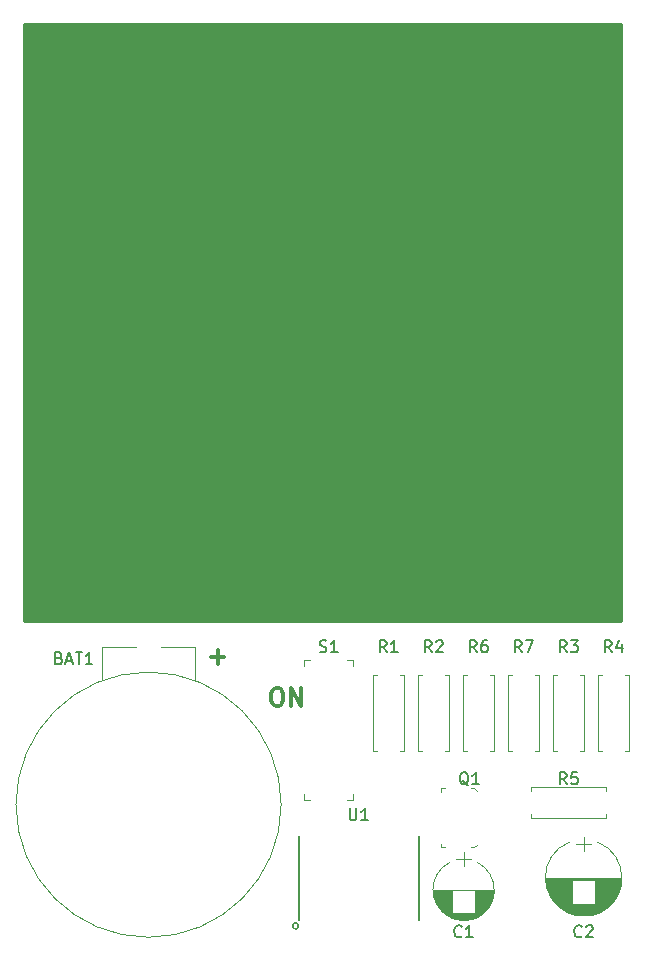
<source format=gto>
G04 #@! TF.FileFunction,Legend,Top*
%FSLAX46Y46*%
G04 Gerber Fmt 4.6, Leading zero omitted, Abs format (unit mm)*
G04 Created by KiCad (PCBNEW 4.0.7) date 12/26/17 21:11:22*
%MOMM*%
%LPD*%
G01*
G04 APERTURE LIST*
%ADD10C,0.100000*%
%ADD11C,0.300000*%
%ADD12C,0.203200*%
%ADD13C,0.120000*%
%ADD14C,0.150000*%
%ADD15C,0.254000*%
G04 APERTURE END LIST*
D10*
D11*
X149947428Y-104588571D02*
X150233142Y-104588571D01*
X150376000Y-104660000D01*
X150518857Y-104802857D01*
X150590285Y-105088571D01*
X150590285Y-105588571D01*
X150518857Y-105874286D01*
X150376000Y-106017143D01*
X150233142Y-106088571D01*
X149947428Y-106088571D01*
X149804571Y-106017143D01*
X149661714Y-105874286D01*
X149590285Y-105588571D01*
X149590285Y-105088571D01*
X149661714Y-104802857D01*
X149804571Y-104660000D01*
X149947428Y-104588571D01*
X151233143Y-106088571D02*
X151233143Y-104588571D01*
X152090286Y-106088571D01*
X152090286Y-104588571D01*
X144462572Y-101961143D02*
X145605429Y-101961143D01*
X145034000Y-102532571D02*
X145034000Y-101389714D01*
D12*
X151892000Y-124714000D02*
G75*
G03X151892000Y-124714000I-254000J0D01*
G01*
X162052000Y-117094000D02*
X162052000Y-124206000D01*
X151892000Y-117094000D02*
X151892000Y-124206000D01*
D13*
X167041723Y-123955722D02*
G75*
G03X167042000Y-119344420I-1179723J2305722D01*
G01*
X164682277Y-123955722D02*
G75*
G02X164682000Y-119344420I1179723J2305722D01*
G01*
X164682277Y-123955722D02*
G75*
G03X167042000Y-123955580I1179723J2305722D01*
G01*
X168412000Y-121650000D02*
X163312000Y-121650000D01*
X168412000Y-121690000D02*
X166842000Y-121690000D01*
X164882000Y-121690000D02*
X163312000Y-121690000D01*
X168411000Y-121730000D02*
X166842000Y-121730000D01*
X164882000Y-121730000D02*
X163313000Y-121730000D01*
X168410000Y-121770000D02*
X166842000Y-121770000D01*
X164882000Y-121770000D02*
X163314000Y-121770000D01*
X168408000Y-121810000D02*
X166842000Y-121810000D01*
X164882000Y-121810000D02*
X163316000Y-121810000D01*
X168405000Y-121850000D02*
X166842000Y-121850000D01*
X164882000Y-121850000D02*
X163319000Y-121850000D01*
X168401000Y-121890000D02*
X166842000Y-121890000D01*
X164882000Y-121890000D02*
X163323000Y-121890000D01*
X168397000Y-121930000D02*
X166842000Y-121930000D01*
X164882000Y-121930000D02*
X163327000Y-121930000D01*
X168393000Y-121970000D02*
X166842000Y-121970000D01*
X164882000Y-121970000D02*
X163331000Y-121970000D01*
X168387000Y-122010000D02*
X166842000Y-122010000D01*
X164882000Y-122010000D02*
X163337000Y-122010000D01*
X168381000Y-122050000D02*
X166842000Y-122050000D01*
X164882000Y-122050000D02*
X163343000Y-122050000D01*
X168375000Y-122090000D02*
X166842000Y-122090000D01*
X164882000Y-122090000D02*
X163349000Y-122090000D01*
X168368000Y-122130000D02*
X166842000Y-122130000D01*
X164882000Y-122130000D02*
X163356000Y-122130000D01*
X168360000Y-122170000D02*
X166842000Y-122170000D01*
X164882000Y-122170000D02*
X163364000Y-122170000D01*
X168351000Y-122210000D02*
X166842000Y-122210000D01*
X164882000Y-122210000D02*
X163373000Y-122210000D01*
X168342000Y-122250000D02*
X166842000Y-122250000D01*
X164882000Y-122250000D02*
X163382000Y-122250000D01*
X168332000Y-122290000D02*
X166842000Y-122290000D01*
X164882000Y-122290000D02*
X163392000Y-122290000D01*
X168322000Y-122330000D02*
X166842000Y-122330000D01*
X164882000Y-122330000D02*
X163402000Y-122330000D01*
X168310000Y-122371000D02*
X166842000Y-122371000D01*
X164882000Y-122371000D02*
X163414000Y-122371000D01*
X168298000Y-122411000D02*
X166842000Y-122411000D01*
X164882000Y-122411000D02*
X163426000Y-122411000D01*
X168286000Y-122451000D02*
X166842000Y-122451000D01*
X164882000Y-122451000D02*
X163438000Y-122451000D01*
X168272000Y-122491000D02*
X166842000Y-122491000D01*
X164882000Y-122491000D02*
X163452000Y-122491000D01*
X168258000Y-122531000D02*
X166842000Y-122531000D01*
X164882000Y-122531000D02*
X163466000Y-122531000D01*
X168244000Y-122571000D02*
X166842000Y-122571000D01*
X164882000Y-122571000D02*
X163480000Y-122571000D01*
X168228000Y-122611000D02*
X166842000Y-122611000D01*
X164882000Y-122611000D02*
X163496000Y-122611000D01*
X168212000Y-122651000D02*
X166842000Y-122651000D01*
X164882000Y-122651000D02*
X163512000Y-122651000D01*
X168195000Y-122691000D02*
X166842000Y-122691000D01*
X164882000Y-122691000D02*
X163529000Y-122691000D01*
X168177000Y-122731000D02*
X166842000Y-122731000D01*
X164882000Y-122731000D02*
X163547000Y-122731000D01*
X168158000Y-122771000D02*
X166842000Y-122771000D01*
X164882000Y-122771000D02*
X163566000Y-122771000D01*
X168138000Y-122811000D02*
X166842000Y-122811000D01*
X164882000Y-122811000D02*
X163586000Y-122811000D01*
X168118000Y-122851000D02*
X166842000Y-122851000D01*
X164882000Y-122851000D02*
X163606000Y-122851000D01*
X168096000Y-122891000D02*
X166842000Y-122891000D01*
X164882000Y-122891000D02*
X163628000Y-122891000D01*
X168074000Y-122931000D02*
X166842000Y-122931000D01*
X164882000Y-122931000D02*
X163650000Y-122931000D01*
X168051000Y-122971000D02*
X166842000Y-122971000D01*
X164882000Y-122971000D02*
X163673000Y-122971000D01*
X168027000Y-123011000D02*
X166842000Y-123011000D01*
X164882000Y-123011000D02*
X163697000Y-123011000D01*
X168002000Y-123051000D02*
X166842000Y-123051000D01*
X164882000Y-123051000D02*
X163722000Y-123051000D01*
X167975000Y-123091000D02*
X166842000Y-123091000D01*
X164882000Y-123091000D02*
X163749000Y-123091000D01*
X167948000Y-123131000D02*
X166842000Y-123131000D01*
X164882000Y-123131000D02*
X163776000Y-123131000D01*
X167920000Y-123171000D02*
X166842000Y-123171000D01*
X164882000Y-123171000D02*
X163804000Y-123171000D01*
X167890000Y-123211000D02*
X166842000Y-123211000D01*
X164882000Y-123211000D02*
X163834000Y-123211000D01*
X167859000Y-123251000D02*
X166842000Y-123251000D01*
X164882000Y-123251000D02*
X163865000Y-123251000D01*
X167827000Y-123291000D02*
X166842000Y-123291000D01*
X164882000Y-123291000D02*
X163897000Y-123291000D01*
X167794000Y-123331000D02*
X166842000Y-123331000D01*
X164882000Y-123331000D02*
X163930000Y-123331000D01*
X167759000Y-123371000D02*
X166842000Y-123371000D01*
X164882000Y-123371000D02*
X163965000Y-123371000D01*
X167723000Y-123411000D02*
X166842000Y-123411000D01*
X164882000Y-123411000D02*
X164001000Y-123411000D01*
X167685000Y-123451000D02*
X166842000Y-123451000D01*
X164882000Y-123451000D02*
X164039000Y-123451000D01*
X167645000Y-123491000D02*
X166842000Y-123491000D01*
X164882000Y-123491000D02*
X164079000Y-123491000D01*
X167604000Y-123531000D02*
X166842000Y-123531000D01*
X164882000Y-123531000D02*
X164120000Y-123531000D01*
X167561000Y-123571000D02*
X166842000Y-123571000D01*
X164882000Y-123571000D02*
X164163000Y-123571000D01*
X167516000Y-123611000D02*
X166842000Y-123611000D01*
X164882000Y-123611000D02*
X164208000Y-123611000D01*
X167468000Y-123651000D02*
X164256000Y-123651000D01*
X167418000Y-123691000D02*
X164306000Y-123691000D01*
X167366000Y-123731000D02*
X164358000Y-123731000D01*
X167310000Y-123771000D02*
X164414000Y-123771000D01*
X167252000Y-123811000D02*
X164472000Y-123811000D01*
X167189000Y-123851000D02*
X164535000Y-123851000D01*
X167123000Y-123891000D02*
X164601000Y-123891000D01*
X167051000Y-123931000D02*
X164673000Y-123931000D01*
X166974000Y-123971000D02*
X164750000Y-123971000D01*
X166890000Y-124011000D02*
X164834000Y-124011000D01*
X166796000Y-124051000D02*
X164928000Y-124051000D01*
X166691000Y-124091000D02*
X165033000Y-124091000D01*
X166569000Y-124131000D02*
X165155000Y-124131000D01*
X166421000Y-124171000D02*
X165303000Y-124171000D01*
X166216000Y-124211000D02*
X165508000Y-124211000D01*
X165862000Y-118450000D02*
X165862000Y-119650000D01*
X166512000Y-119050000D02*
X165212000Y-119050000D01*
X177201136Y-123647820D02*
G75*
G03X177202000Y-117612518I-1179136J3017820D01*
G01*
X174842864Y-123647820D02*
G75*
G02X174842000Y-117612518I1179136J3017820D01*
G01*
X174842864Y-123647820D02*
G75*
G03X177202000Y-123647482I1179136J3017820D01*
G01*
X179222000Y-120630000D02*
X172822000Y-120630000D01*
X179222000Y-120670000D02*
X172822000Y-120670000D01*
X179222000Y-120710000D02*
X172822000Y-120710000D01*
X179220000Y-120750000D02*
X172824000Y-120750000D01*
X179219000Y-120790000D02*
X172825000Y-120790000D01*
X179216000Y-120830000D02*
X172828000Y-120830000D01*
X179214000Y-120870000D02*
X172830000Y-120870000D01*
X179210000Y-120910000D02*
X177002000Y-120910000D01*
X175042000Y-120910000D02*
X172834000Y-120910000D01*
X179207000Y-120950000D02*
X177002000Y-120950000D01*
X175042000Y-120950000D02*
X172837000Y-120950000D01*
X179202000Y-120990000D02*
X177002000Y-120990000D01*
X175042000Y-120990000D02*
X172842000Y-120990000D01*
X179198000Y-121030000D02*
X177002000Y-121030000D01*
X175042000Y-121030000D02*
X172846000Y-121030000D01*
X179192000Y-121070000D02*
X177002000Y-121070000D01*
X175042000Y-121070000D02*
X172852000Y-121070000D01*
X179187000Y-121110000D02*
X177002000Y-121110000D01*
X175042000Y-121110000D02*
X172857000Y-121110000D01*
X179180000Y-121150000D02*
X177002000Y-121150000D01*
X175042000Y-121150000D02*
X172864000Y-121150000D01*
X179174000Y-121190000D02*
X177002000Y-121190000D01*
X175042000Y-121190000D02*
X172870000Y-121190000D01*
X179166000Y-121230000D02*
X177002000Y-121230000D01*
X175042000Y-121230000D02*
X172878000Y-121230000D01*
X179159000Y-121270000D02*
X177002000Y-121270000D01*
X175042000Y-121270000D02*
X172885000Y-121270000D01*
X179150000Y-121310000D02*
X177002000Y-121310000D01*
X175042000Y-121310000D02*
X172894000Y-121310000D01*
X179141000Y-121351000D02*
X177002000Y-121351000D01*
X175042000Y-121351000D02*
X172903000Y-121351000D01*
X179132000Y-121391000D02*
X177002000Y-121391000D01*
X175042000Y-121391000D02*
X172912000Y-121391000D01*
X179122000Y-121431000D02*
X177002000Y-121431000D01*
X175042000Y-121431000D02*
X172922000Y-121431000D01*
X179112000Y-121471000D02*
X177002000Y-121471000D01*
X175042000Y-121471000D02*
X172932000Y-121471000D01*
X179101000Y-121511000D02*
X177002000Y-121511000D01*
X175042000Y-121511000D02*
X172943000Y-121511000D01*
X179089000Y-121551000D02*
X177002000Y-121551000D01*
X175042000Y-121551000D02*
X172955000Y-121551000D01*
X179077000Y-121591000D02*
X177002000Y-121591000D01*
X175042000Y-121591000D02*
X172967000Y-121591000D01*
X179064000Y-121631000D02*
X177002000Y-121631000D01*
X175042000Y-121631000D02*
X172980000Y-121631000D01*
X179051000Y-121671000D02*
X177002000Y-121671000D01*
X175042000Y-121671000D02*
X172993000Y-121671000D01*
X179037000Y-121711000D02*
X177002000Y-121711000D01*
X175042000Y-121711000D02*
X173007000Y-121711000D01*
X179023000Y-121751000D02*
X177002000Y-121751000D01*
X175042000Y-121751000D02*
X173021000Y-121751000D01*
X179008000Y-121791000D02*
X177002000Y-121791000D01*
X175042000Y-121791000D02*
X173036000Y-121791000D01*
X178992000Y-121831000D02*
X177002000Y-121831000D01*
X175042000Y-121831000D02*
X173052000Y-121831000D01*
X178976000Y-121871000D02*
X177002000Y-121871000D01*
X175042000Y-121871000D02*
X173068000Y-121871000D01*
X178959000Y-121911000D02*
X177002000Y-121911000D01*
X175042000Y-121911000D02*
X173085000Y-121911000D01*
X178941000Y-121951000D02*
X177002000Y-121951000D01*
X175042000Y-121951000D02*
X173103000Y-121951000D01*
X178923000Y-121991000D02*
X177002000Y-121991000D01*
X175042000Y-121991000D02*
X173121000Y-121991000D01*
X178904000Y-122031000D02*
X177002000Y-122031000D01*
X175042000Y-122031000D02*
X173140000Y-122031000D01*
X178885000Y-122071000D02*
X177002000Y-122071000D01*
X175042000Y-122071000D02*
X173159000Y-122071000D01*
X178865000Y-122111000D02*
X177002000Y-122111000D01*
X175042000Y-122111000D02*
X173179000Y-122111000D01*
X178844000Y-122151000D02*
X177002000Y-122151000D01*
X175042000Y-122151000D02*
X173200000Y-122151000D01*
X178822000Y-122191000D02*
X177002000Y-122191000D01*
X175042000Y-122191000D02*
X173222000Y-122191000D01*
X178800000Y-122231000D02*
X177002000Y-122231000D01*
X175042000Y-122231000D02*
X173244000Y-122231000D01*
X178777000Y-122271000D02*
X177002000Y-122271000D01*
X175042000Y-122271000D02*
X173267000Y-122271000D01*
X178753000Y-122311000D02*
X177002000Y-122311000D01*
X175042000Y-122311000D02*
X173291000Y-122311000D01*
X178728000Y-122351000D02*
X177002000Y-122351000D01*
X175042000Y-122351000D02*
X173316000Y-122351000D01*
X178703000Y-122391000D02*
X177002000Y-122391000D01*
X175042000Y-122391000D02*
X173341000Y-122391000D01*
X178676000Y-122431000D02*
X177002000Y-122431000D01*
X175042000Y-122431000D02*
X173368000Y-122431000D01*
X178649000Y-122471000D02*
X177002000Y-122471000D01*
X175042000Y-122471000D02*
X173395000Y-122471000D01*
X178621000Y-122511000D02*
X177002000Y-122511000D01*
X175042000Y-122511000D02*
X173423000Y-122511000D01*
X178592000Y-122551000D02*
X177002000Y-122551000D01*
X175042000Y-122551000D02*
X173452000Y-122551000D01*
X178562000Y-122591000D02*
X177002000Y-122591000D01*
X175042000Y-122591000D02*
X173482000Y-122591000D01*
X178532000Y-122631000D02*
X177002000Y-122631000D01*
X175042000Y-122631000D02*
X173512000Y-122631000D01*
X178500000Y-122671000D02*
X177002000Y-122671000D01*
X175042000Y-122671000D02*
X173544000Y-122671000D01*
X178467000Y-122711000D02*
X177002000Y-122711000D01*
X175042000Y-122711000D02*
X173577000Y-122711000D01*
X178433000Y-122751000D02*
X177002000Y-122751000D01*
X175042000Y-122751000D02*
X173611000Y-122751000D01*
X178397000Y-122791000D02*
X177002000Y-122791000D01*
X175042000Y-122791000D02*
X173647000Y-122791000D01*
X178361000Y-122831000D02*
X177002000Y-122831000D01*
X175042000Y-122831000D02*
X173683000Y-122831000D01*
X178323000Y-122871000D02*
X173721000Y-122871000D01*
X178284000Y-122911000D02*
X173760000Y-122911000D01*
X178244000Y-122951000D02*
X173800000Y-122951000D01*
X178202000Y-122991000D02*
X173842000Y-122991000D01*
X178159000Y-123031000D02*
X173885000Y-123031000D01*
X178114000Y-123071000D02*
X173930000Y-123071000D01*
X178067000Y-123111000D02*
X173977000Y-123111000D01*
X178019000Y-123151000D02*
X174025000Y-123151000D01*
X177968000Y-123191000D02*
X174076000Y-123191000D01*
X177916000Y-123231000D02*
X174128000Y-123231000D01*
X177861000Y-123271000D02*
X174183000Y-123271000D01*
X177803000Y-123311000D02*
X174241000Y-123311000D01*
X177743000Y-123351000D02*
X174301000Y-123351000D01*
X177680000Y-123391000D02*
X174364000Y-123391000D01*
X177613000Y-123431000D02*
X174431000Y-123431000D01*
X177542000Y-123471000D02*
X174502000Y-123471000D01*
X177467000Y-123511000D02*
X174577000Y-123511000D01*
X177386000Y-123551000D02*
X174658000Y-123551000D01*
X177300000Y-123591000D02*
X174744000Y-123591000D01*
X177206000Y-123631000D02*
X174838000Y-123631000D01*
X177103000Y-123671000D02*
X174941000Y-123671000D01*
X176988000Y-123711000D02*
X175056000Y-123711000D01*
X176856000Y-123751000D02*
X175188000Y-123751000D01*
X176698000Y-123791000D02*
X175346000Y-123791000D01*
X176490000Y-123831000D02*
X175554000Y-123831000D01*
X176022000Y-117180000D02*
X176022000Y-118380000D01*
X176672000Y-117780000D02*
X175372000Y-117780000D01*
X148652608Y-75332335D02*
G75*
G03X148809516Y-72100000I-1078608J1672335D01*
G01*
X146495392Y-75332335D02*
G75*
G02X146338484Y-72100000I1078608J1672335D01*
G01*
X148653837Y-74701130D02*
G75*
G03X148654000Y-72619039I-1079837J1041130D01*
G01*
X146494163Y-74701130D02*
G75*
G02X146494000Y-72619039I1079837J1041130D01*
G01*
X148810000Y-72100000D02*
X148654000Y-72100000D01*
X146494000Y-72100000D02*
X146338000Y-72100000D01*
X161352608Y-75332335D02*
G75*
G03X161509516Y-72100000I-1078608J1672335D01*
G01*
X159195392Y-75332335D02*
G75*
G02X159038484Y-72100000I1078608J1672335D01*
G01*
X161353837Y-74701130D02*
G75*
G03X161354000Y-72619039I-1079837J1041130D01*
G01*
X159194163Y-74701130D02*
G75*
G02X159194000Y-72619039I1079837J1041130D01*
G01*
X161510000Y-72100000D02*
X161354000Y-72100000D01*
X159194000Y-72100000D02*
X159038000Y-72100000D01*
D10*
X166762000Y-118070000D02*
X166962000Y-117870000D01*
X166462000Y-118070000D02*
X166762000Y-118070000D01*
X166462000Y-113070000D02*
X166762000Y-113070000D01*
X166762000Y-113070000D02*
X166962000Y-113270000D01*
X163962000Y-113070000D02*
X164262000Y-113070000D01*
X163962000Y-113070000D02*
X163962000Y-113370000D01*
X163962000Y-117770000D02*
X163962000Y-118070000D01*
X163962000Y-118070000D02*
X164262000Y-118070000D01*
D13*
X160492000Y-103470000D02*
X160822000Y-103470000D01*
X160822000Y-103470000D02*
X160822000Y-109890000D01*
X160822000Y-109890000D02*
X160492000Y-109890000D01*
X158532000Y-103470000D02*
X158202000Y-103470000D01*
X158202000Y-103470000D02*
X158202000Y-109890000D01*
X158202000Y-109890000D02*
X158532000Y-109890000D01*
X162342000Y-109890000D02*
X162012000Y-109890000D01*
X162012000Y-109890000D02*
X162012000Y-103470000D01*
X162012000Y-103470000D02*
X162342000Y-103470000D01*
X164302000Y-109890000D02*
X164632000Y-109890000D01*
X164632000Y-109890000D02*
X164632000Y-103470000D01*
X164632000Y-103470000D02*
X164302000Y-103470000D01*
X173772000Y-109890000D02*
X173442000Y-109890000D01*
X173442000Y-109890000D02*
X173442000Y-103470000D01*
X173442000Y-103470000D02*
X173772000Y-103470000D01*
X175732000Y-109890000D02*
X176062000Y-109890000D01*
X176062000Y-109890000D02*
X176062000Y-103470000D01*
X176062000Y-103470000D02*
X175732000Y-103470000D01*
X179542000Y-103470000D02*
X179872000Y-103470000D01*
X179872000Y-103470000D02*
X179872000Y-109890000D01*
X179872000Y-109890000D02*
X179542000Y-109890000D01*
X177582000Y-103470000D02*
X177252000Y-103470000D01*
X177252000Y-103470000D02*
X177252000Y-109890000D01*
X177252000Y-109890000D02*
X177582000Y-109890000D01*
X171542000Y-113320000D02*
X171542000Y-112990000D01*
X171542000Y-112990000D02*
X177962000Y-112990000D01*
X177962000Y-112990000D02*
X177962000Y-113320000D01*
X171542000Y-115280000D02*
X171542000Y-115610000D01*
X171542000Y-115610000D02*
X177962000Y-115610000D01*
X177962000Y-115610000D02*
X177962000Y-115280000D01*
X166152000Y-109890000D02*
X165822000Y-109890000D01*
X165822000Y-109890000D02*
X165822000Y-103470000D01*
X165822000Y-103470000D02*
X166152000Y-103470000D01*
X168112000Y-109890000D02*
X168442000Y-109890000D01*
X168442000Y-109890000D02*
X168442000Y-103470000D01*
X168442000Y-103470000D02*
X168112000Y-103470000D01*
X169962000Y-109890000D02*
X169632000Y-109890000D01*
X169632000Y-109890000D02*
X169632000Y-103470000D01*
X169632000Y-103470000D02*
X169962000Y-103470000D01*
X171922000Y-109890000D02*
X172252000Y-109890000D01*
X172252000Y-109890000D02*
X172252000Y-103470000D01*
X172252000Y-103470000D02*
X171922000Y-103470000D01*
D10*
X143103600Y-101142800D02*
X140258800Y-101142800D01*
X135280400Y-101142800D02*
X138125200Y-101142800D01*
X143103600Y-103886000D02*
X143103600Y-101142800D01*
X135280400Y-103886000D02*
X135280400Y-101142800D01*
X150418800Y-114452400D02*
G75*
G03X150418800Y-114452400I-11226800J0D01*
G01*
X156532000Y-102190000D02*
X156532000Y-102690000D01*
X156532000Y-102190000D02*
X156032000Y-102190000D01*
X156532000Y-114090000D02*
X156532000Y-113590000D01*
X156532000Y-114090000D02*
X156032000Y-114090000D01*
X152332000Y-114090000D02*
X152332000Y-113590000D01*
X152332000Y-114090000D02*
X152832000Y-114090000D01*
X152332000Y-102190000D02*
X152832000Y-102190000D01*
X152332000Y-102190000D02*
X152332000Y-102690000D01*
D14*
X156210095Y-114768381D02*
X156210095Y-115577905D01*
X156257714Y-115673143D01*
X156305333Y-115720762D01*
X156400571Y-115768381D01*
X156591048Y-115768381D01*
X156686286Y-115720762D01*
X156733905Y-115673143D01*
X156781524Y-115577905D01*
X156781524Y-114768381D01*
X157781524Y-115768381D02*
X157210095Y-115768381D01*
X157495809Y-115768381D02*
X157495809Y-114768381D01*
X157400571Y-114911238D01*
X157305333Y-115006476D01*
X157210095Y-115054095D01*
X165695334Y-125579143D02*
X165647715Y-125626762D01*
X165504858Y-125674381D01*
X165409620Y-125674381D01*
X165266762Y-125626762D01*
X165171524Y-125531524D01*
X165123905Y-125436286D01*
X165076286Y-125245810D01*
X165076286Y-125102952D01*
X165123905Y-124912476D01*
X165171524Y-124817238D01*
X165266762Y-124722000D01*
X165409620Y-124674381D01*
X165504858Y-124674381D01*
X165647715Y-124722000D01*
X165695334Y-124769619D01*
X166647715Y-125674381D02*
X166076286Y-125674381D01*
X166362000Y-125674381D02*
X166362000Y-124674381D01*
X166266762Y-124817238D01*
X166171524Y-124912476D01*
X166076286Y-124960095D01*
X175855334Y-125579143D02*
X175807715Y-125626762D01*
X175664858Y-125674381D01*
X175569620Y-125674381D01*
X175426762Y-125626762D01*
X175331524Y-125531524D01*
X175283905Y-125436286D01*
X175236286Y-125245810D01*
X175236286Y-125102952D01*
X175283905Y-124912476D01*
X175331524Y-124817238D01*
X175426762Y-124722000D01*
X175569620Y-124674381D01*
X175664858Y-124674381D01*
X175807715Y-124722000D01*
X175855334Y-124769619D01*
X176236286Y-124769619D02*
X176283905Y-124722000D01*
X176379143Y-124674381D01*
X176617239Y-124674381D01*
X176712477Y-124722000D01*
X176760096Y-124769619D01*
X176807715Y-124864857D01*
X176807715Y-124960095D01*
X176760096Y-125102952D01*
X176188667Y-125674381D01*
X176807715Y-125674381D01*
X150986381Y-74398095D02*
X149986381Y-74398095D01*
X149986381Y-74160000D01*
X150034000Y-74017142D01*
X150129238Y-73921904D01*
X150224476Y-73874285D01*
X150414952Y-73826666D01*
X150557810Y-73826666D01*
X150748286Y-73874285D01*
X150843524Y-73921904D01*
X150938762Y-74017142D01*
X150986381Y-74160000D01*
X150986381Y-74398095D01*
X150986381Y-72874285D02*
X150986381Y-73445714D01*
X150986381Y-73160000D02*
X149986381Y-73160000D01*
X150129238Y-73255238D01*
X150224476Y-73350476D01*
X150272095Y-73445714D01*
X163686381Y-74398095D02*
X162686381Y-74398095D01*
X162686381Y-74160000D01*
X162734000Y-74017142D01*
X162829238Y-73921904D01*
X162924476Y-73874285D01*
X163114952Y-73826666D01*
X163257810Y-73826666D01*
X163448286Y-73874285D01*
X163543524Y-73921904D01*
X163638762Y-74017142D01*
X163686381Y-74160000D01*
X163686381Y-74398095D01*
X162781619Y-73445714D02*
X162734000Y-73398095D01*
X162686381Y-73302857D01*
X162686381Y-73064761D01*
X162734000Y-72969523D01*
X162781619Y-72921904D01*
X162876857Y-72874285D01*
X162972095Y-72874285D01*
X163114952Y-72921904D01*
X163686381Y-73493333D01*
X163686381Y-72874285D01*
X166274762Y-112815619D02*
X166179524Y-112768000D01*
X166084286Y-112672762D01*
X165941429Y-112529905D01*
X165846190Y-112482286D01*
X165750952Y-112482286D01*
X165798571Y-112720381D02*
X165703333Y-112672762D01*
X165608095Y-112577524D01*
X165560476Y-112387048D01*
X165560476Y-112053714D01*
X165608095Y-111863238D01*
X165703333Y-111768000D01*
X165798571Y-111720381D01*
X165989048Y-111720381D01*
X166084286Y-111768000D01*
X166179524Y-111863238D01*
X166227143Y-112053714D01*
X166227143Y-112387048D01*
X166179524Y-112577524D01*
X166084286Y-112672762D01*
X165989048Y-112720381D01*
X165798571Y-112720381D01*
X167179524Y-112720381D02*
X166608095Y-112720381D01*
X166893809Y-112720381D02*
X166893809Y-111720381D01*
X166798571Y-111863238D01*
X166703333Y-111958476D01*
X166608095Y-112006095D01*
X159345334Y-101544381D02*
X159012000Y-101068190D01*
X158773905Y-101544381D02*
X158773905Y-100544381D01*
X159154858Y-100544381D01*
X159250096Y-100592000D01*
X159297715Y-100639619D01*
X159345334Y-100734857D01*
X159345334Y-100877714D01*
X159297715Y-100972952D01*
X159250096Y-101020571D01*
X159154858Y-101068190D01*
X158773905Y-101068190D01*
X160297715Y-101544381D02*
X159726286Y-101544381D01*
X160012000Y-101544381D02*
X160012000Y-100544381D01*
X159916762Y-100687238D01*
X159821524Y-100782476D01*
X159726286Y-100830095D01*
X163155334Y-101544381D02*
X162822000Y-101068190D01*
X162583905Y-101544381D02*
X162583905Y-100544381D01*
X162964858Y-100544381D01*
X163060096Y-100592000D01*
X163107715Y-100639619D01*
X163155334Y-100734857D01*
X163155334Y-100877714D01*
X163107715Y-100972952D01*
X163060096Y-101020571D01*
X162964858Y-101068190D01*
X162583905Y-101068190D01*
X163536286Y-100639619D02*
X163583905Y-100592000D01*
X163679143Y-100544381D01*
X163917239Y-100544381D01*
X164012477Y-100592000D01*
X164060096Y-100639619D01*
X164107715Y-100734857D01*
X164107715Y-100830095D01*
X164060096Y-100972952D01*
X163488667Y-101544381D01*
X164107715Y-101544381D01*
X174585334Y-101544381D02*
X174252000Y-101068190D01*
X174013905Y-101544381D02*
X174013905Y-100544381D01*
X174394858Y-100544381D01*
X174490096Y-100592000D01*
X174537715Y-100639619D01*
X174585334Y-100734857D01*
X174585334Y-100877714D01*
X174537715Y-100972952D01*
X174490096Y-101020571D01*
X174394858Y-101068190D01*
X174013905Y-101068190D01*
X174918667Y-100544381D02*
X175537715Y-100544381D01*
X175204381Y-100925333D01*
X175347239Y-100925333D01*
X175442477Y-100972952D01*
X175490096Y-101020571D01*
X175537715Y-101115810D01*
X175537715Y-101353905D01*
X175490096Y-101449143D01*
X175442477Y-101496762D01*
X175347239Y-101544381D01*
X175061524Y-101544381D01*
X174966286Y-101496762D01*
X174918667Y-101449143D01*
X178395334Y-101544381D02*
X178062000Y-101068190D01*
X177823905Y-101544381D02*
X177823905Y-100544381D01*
X178204858Y-100544381D01*
X178300096Y-100592000D01*
X178347715Y-100639619D01*
X178395334Y-100734857D01*
X178395334Y-100877714D01*
X178347715Y-100972952D01*
X178300096Y-101020571D01*
X178204858Y-101068190D01*
X177823905Y-101068190D01*
X179252477Y-100877714D02*
X179252477Y-101544381D01*
X179014381Y-100496762D02*
X178776286Y-101211048D01*
X179395334Y-101211048D01*
X174585334Y-112720381D02*
X174252000Y-112244190D01*
X174013905Y-112720381D02*
X174013905Y-111720381D01*
X174394858Y-111720381D01*
X174490096Y-111768000D01*
X174537715Y-111815619D01*
X174585334Y-111910857D01*
X174585334Y-112053714D01*
X174537715Y-112148952D01*
X174490096Y-112196571D01*
X174394858Y-112244190D01*
X174013905Y-112244190D01*
X175490096Y-111720381D02*
X175013905Y-111720381D01*
X174966286Y-112196571D01*
X175013905Y-112148952D01*
X175109143Y-112101333D01*
X175347239Y-112101333D01*
X175442477Y-112148952D01*
X175490096Y-112196571D01*
X175537715Y-112291810D01*
X175537715Y-112529905D01*
X175490096Y-112625143D01*
X175442477Y-112672762D01*
X175347239Y-112720381D01*
X175109143Y-112720381D01*
X175013905Y-112672762D01*
X174966286Y-112625143D01*
X166965334Y-101544381D02*
X166632000Y-101068190D01*
X166393905Y-101544381D02*
X166393905Y-100544381D01*
X166774858Y-100544381D01*
X166870096Y-100592000D01*
X166917715Y-100639619D01*
X166965334Y-100734857D01*
X166965334Y-100877714D01*
X166917715Y-100972952D01*
X166870096Y-101020571D01*
X166774858Y-101068190D01*
X166393905Y-101068190D01*
X167822477Y-100544381D02*
X167632000Y-100544381D01*
X167536762Y-100592000D01*
X167489143Y-100639619D01*
X167393905Y-100782476D01*
X167346286Y-100972952D01*
X167346286Y-101353905D01*
X167393905Y-101449143D01*
X167441524Y-101496762D01*
X167536762Y-101544381D01*
X167727239Y-101544381D01*
X167822477Y-101496762D01*
X167870096Y-101449143D01*
X167917715Y-101353905D01*
X167917715Y-101115810D01*
X167870096Y-101020571D01*
X167822477Y-100972952D01*
X167727239Y-100925333D01*
X167536762Y-100925333D01*
X167441524Y-100972952D01*
X167393905Y-101020571D01*
X167346286Y-101115810D01*
X170775334Y-101544381D02*
X170442000Y-101068190D01*
X170203905Y-101544381D02*
X170203905Y-100544381D01*
X170584858Y-100544381D01*
X170680096Y-100592000D01*
X170727715Y-100639619D01*
X170775334Y-100734857D01*
X170775334Y-100877714D01*
X170727715Y-100972952D01*
X170680096Y-101020571D01*
X170584858Y-101068190D01*
X170203905Y-101068190D01*
X171108667Y-100544381D02*
X171775334Y-100544381D01*
X171346762Y-101544381D01*
X131627715Y-102036571D02*
X131770572Y-102084190D01*
X131818191Y-102131810D01*
X131865810Y-102227048D01*
X131865810Y-102369905D01*
X131818191Y-102465143D01*
X131770572Y-102512762D01*
X131675334Y-102560381D01*
X131294381Y-102560381D01*
X131294381Y-101560381D01*
X131627715Y-101560381D01*
X131722953Y-101608000D01*
X131770572Y-101655619D01*
X131818191Y-101750857D01*
X131818191Y-101846095D01*
X131770572Y-101941333D01*
X131722953Y-101988952D01*
X131627715Y-102036571D01*
X131294381Y-102036571D01*
X132246762Y-102274667D02*
X132722953Y-102274667D01*
X132151524Y-102560381D02*
X132484857Y-101560381D01*
X132818191Y-102560381D01*
X133008667Y-101560381D02*
X133580096Y-101560381D01*
X133294381Y-102560381D02*
X133294381Y-101560381D01*
X134437239Y-102560381D02*
X133865810Y-102560381D01*
X134151524Y-102560381D02*
X134151524Y-101560381D01*
X134056286Y-101703238D01*
X133961048Y-101798476D01*
X133865810Y-101846095D01*
X153670095Y-101496762D02*
X153812952Y-101544381D01*
X154051048Y-101544381D01*
X154146286Y-101496762D01*
X154193905Y-101449143D01*
X154241524Y-101353905D01*
X154241524Y-101258667D01*
X154193905Y-101163429D01*
X154146286Y-101115810D01*
X154051048Y-101068190D01*
X153860571Y-101020571D01*
X153765333Y-100972952D01*
X153717714Y-100925333D01*
X153670095Y-100830095D01*
X153670095Y-100734857D01*
X153717714Y-100639619D01*
X153765333Y-100592000D01*
X153860571Y-100544381D01*
X154098667Y-100544381D01*
X154241524Y-100592000D01*
X155193905Y-101544381D02*
X154622476Y-101544381D01*
X154908190Y-101544381D02*
X154908190Y-100544381D01*
X154812952Y-100687238D01*
X154717714Y-100782476D01*
X154622476Y-100830095D01*
D15*
G36*
X179197000Y-98933000D02*
X128651000Y-98933000D01*
X128651000Y-48387000D01*
X179197000Y-48387000D01*
X179197000Y-98933000D01*
X179197000Y-98933000D01*
G37*
X179197000Y-98933000D02*
X128651000Y-98933000D01*
X128651000Y-48387000D01*
X179197000Y-48387000D01*
X179197000Y-98933000D01*
M02*

</source>
